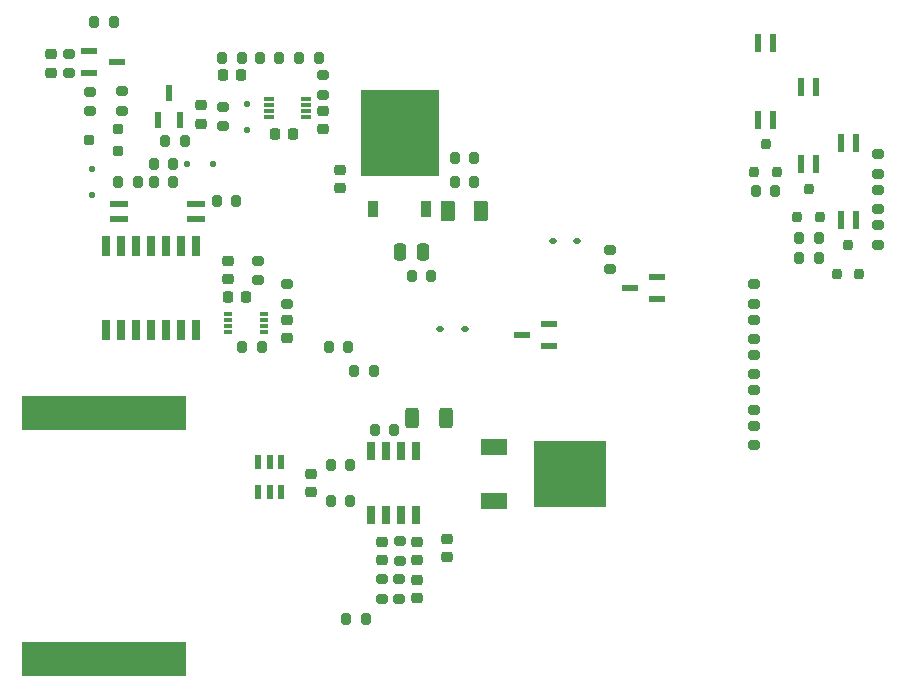
<source format=gbr>
%TF.GenerationSoftware,KiCad,Pcbnew,8.0.4*%
%TF.CreationDate,2024-08-16T06:12:58+09:00*%
%TF.ProjectId,chibarobo_board_2024,63686962-6172-46f6-926f-5f626f617264,rev?*%
%TF.SameCoordinates,Original*%
%TF.FileFunction,Paste,Bot*%
%TF.FilePolarity,Positive*%
%FSLAX46Y46*%
G04 Gerber Fmt 4.6, Leading zero omitted, Abs format (unit mm)*
G04 Created by KiCad (PCBNEW 8.0.4) date 2024-08-16 06:12:58*
%MOMM*%
%LPD*%
G01*
G04 APERTURE LIST*
G04 Aperture macros list*
%AMRoundRect*
0 Rectangle with rounded corners*
0 $1 Rounding radius*
0 $2 $3 $4 $5 $6 $7 $8 $9 X,Y pos of 4 corners*
0 Add a 4 corners polygon primitive as box body*
4,1,4,$2,$3,$4,$5,$6,$7,$8,$9,$2,$3,0*
0 Add four circle primitives for the rounded corners*
1,1,$1+$1,$2,$3*
1,1,$1+$1,$4,$5*
1,1,$1+$1,$6,$7*
1,1,$1+$1,$8,$9*
0 Add four rect primitives between the rounded corners*
20,1,$1+$1,$2,$3,$4,$5,0*
20,1,$1+$1,$4,$5,$6,$7,0*
20,1,$1+$1,$6,$7,$8,$9,0*
20,1,$1+$1,$8,$9,$2,$3,0*%
G04 Aperture macros list end*
%ADD10RoundRect,0.200000X0.250000X0.200000X-0.250000X0.200000X-0.250000X-0.200000X0.250000X-0.200000X0*%
%ADD11RoundRect,0.200000X0.200000X-0.250000X0.200000X0.250000X-0.200000X0.250000X-0.200000X-0.250000X0*%
%ADD12RoundRect,0.200000X-0.275000X0.200000X-0.275000X-0.200000X0.275000X-0.200000X0.275000X0.200000X0*%
%ADD13RoundRect,0.225000X0.250000X-0.225000X0.250000X0.225000X-0.250000X0.225000X-0.250000X-0.225000X0*%
%ADD14RoundRect,0.225000X-0.250000X0.225000X-0.250000X-0.225000X0.250000X-0.225000X0.250000X0.225000X0*%
%ADD15RoundRect,0.200000X-0.200000X-0.275000X0.200000X-0.275000X0.200000X0.275000X-0.200000X0.275000X0*%
%ADD16R,0.850000X0.300000*%
%ADD17R,2.286000X1.397000*%
%ADD18R,6.180000X5.690000*%
%ADD19RoundRect,0.137500X0.137500X-0.662500X0.137500X0.662500X-0.137500X0.662500X-0.137500X-0.662500X0*%
%ADD20RoundRect,0.200000X0.200000X0.275000X-0.200000X0.275000X-0.200000X-0.275000X0.200000X-0.275000X0*%
%ADD21R,0.700000X1.775000*%
%ADD22RoundRect,0.225000X-0.225000X-0.250000X0.225000X-0.250000X0.225000X0.250000X-0.225000X0.250000X0*%
%ADD23RoundRect,0.200000X0.275000X-0.200000X0.275000X0.200000X-0.275000X0.200000X-0.275000X-0.200000X0*%
%ADD24RoundRect,0.112500X0.187500X0.112500X-0.187500X0.112500X-0.187500X-0.112500X0.187500X-0.112500X0*%
%ADD25RoundRect,0.125000X0.125000X0.125000X-0.125000X0.125000X-0.125000X-0.125000X0.125000X-0.125000X0*%
%ADD26RoundRect,0.125000X0.125000X-0.125000X0.125000X0.125000X-0.125000X0.125000X-0.125000X-0.125000X0*%
%ADD27RoundRect,0.250000X0.250000X0.475000X-0.250000X0.475000X-0.250000X-0.475000X0.250000X-0.475000X0*%
%ADD28R,1.450000X0.600000*%
%ADD29RoundRect,0.225000X0.225000X0.250000X-0.225000X0.250000X-0.225000X-0.250000X0.225000X-0.250000X0*%
%ADD30RoundRect,0.250000X-0.375000X-0.625000X0.375000X-0.625000X0.375000X0.625000X-0.375000X0.625000X0*%
%ADD31RoundRect,0.250000X0.312500X0.625000X-0.312500X0.625000X-0.312500X-0.625000X0.312500X-0.625000X0*%
%ADD32R,0.600000X1.450000*%
%ADD33R,0.700000X1.525000*%
%ADD34R,0.800000X0.300000*%
%ADD35RoundRect,0.137500X-0.662500X-0.137500X0.662500X-0.137500X0.662500X0.137500X-0.662500X0.137500X0*%
%ADD36R,0.600000X1.200000*%
%ADD37R,0.939800X1.320800*%
%ADD38R,6.604000X7.315200*%
%ADD39R,14.000000X3.000000*%
G04 APERTURE END LIST*
D10*
%TO.C,Q8*%
X114150000Y-61550000D03*
X114150000Y-63450000D03*
X111750000Y-62500000D03*
%TD*%
D11*
%TO.C,Q5*%
X176918196Y-73798876D03*
X175018196Y-73798876D03*
X175968196Y-71398876D03*
%TD*%
%TO.C,Q4*%
X173596028Y-69025666D03*
X171696028Y-69025666D03*
X172646028Y-66625666D03*
%TD*%
%TO.C,Q3*%
X169950000Y-65200000D03*
X168050000Y-65200000D03*
X169000000Y-62800000D03*
%TD*%
D12*
%TO.C,R7*%
X137989124Y-99681981D03*
X137989124Y-101331981D03*
%TD*%
D13*
%TO.C,C17*%
X121213802Y-61097364D03*
X121213802Y-59547364D03*
%TD*%
D14*
%TO.C,C9*%
X128500000Y-77725000D03*
X128500000Y-79275000D03*
%TD*%
%TO.C,C14*%
X131491802Y-60035542D03*
X131491802Y-61585542D03*
%TD*%
D15*
%TO.C,R52*%
X114175000Y-66000000D03*
X115825000Y-66000000D03*
%TD*%
D16*
%TO.C,IC5*%
X130075000Y-59000000D03*
X130075000Y-59500000D03*
X130075000Y-60000000D03*
X130075000Y-60500000D03*
X126925000Y-60500000D03*
X126925000Y-60000000D03*
X126925000Y-59500000D03*
X126925000Y-59000000D03*
%TD*%
D17*
%TO.C,Q2*%
X146000000Y-93000000D03*
D18*
X152436000Y-90714000D03*
D17*
X146000000Y-88428000D03*
%TD*%
D12*
%TO.C,R61*%
X155787095Y-71776873D03*
X155787095Y-73426873D03*
%TD*%
D14*
%TO.C,C2*%
X139484104Y-96491895D03*
X139484104Y-98041895D03*
%TD*%
D12*
%TO.C,R19*%
X178500000Y-69675000D03*
X178500000Y-71325000D03*
%TD*%
D19*
%TO.C,U1*%
X169635000Y-60750000D03*
X168365000Y-60750000D03*
X168365000Y-54250000D03*
X169635000Y-54250000D03*
%TD*%
D20*
%TO.C,R3*%
X133825000Y-93000000D03*
X132175000Y-93000000D03*
%TD*%
D13*
%TO.C,C1*%
X136500000Y-98050000D03*
X136500000Y-96500000D03*
%TD*%
D20*
%TO.C,R48*%
X113825000Y-52500000D03*
X112175000Y-52500000D03*
%TD*%
D14*
%TO.C,C6*%
X142000000Y-96225000D03*
X142000000Y-97775000D03*
%TD*%
D12*
%TO.C,R6*%
X138004623Y-96446313D03*
X138004623Y-98096313D03*
%TD*%
D15*
%TO.C,R1*%
X133500000Y-103000000D03*
X135150000Y-103000000D03*
%TD*%
D21*
%TO.C,IC3*%
X120810000Y-78538000D03*
X119540000Y-78538000D03*
X118270000Y-78538000D03*
X117000000Y-78538000D03*
X115730000Y-78538000D03*
X114460000Y-78538000D03*
X113190000Y-78538000D03*
X113190000Y-71462000D03*
X114460000Y-71462000D03*
X115730000Y-71462000D03*
X117000000Y-71462000D03*
X118270000Y-71462000D03*
X119540000Y-71462000D03*
X120810000Y-71462000D03*
%TD*%
D22*
%TO.C,C18*%
X127450000Y-62000000D03*
X129000000Y-62000000D03*
%TD*%
D23*
%TO.C,R42*%
X123075000Y-61325000D03*
X123075000Y-59675000D03*
%TD*%
D12*
%TO.C,R37*%
X128500000Y-74675000D03*
X128500000Y-76325000D03*
%TD*%
D15*
%TO.C,R59*%
X142675000Y-64000000D03*
X144325000Y-64000000D03*
%TD*%
%TO.C,R49*%
X118175000Y-62557176D03*
X119825000Y-62557176D03*
%TD*%
%TO.C,R18*%
X171850000Y-72500000D03*
X173500000Y-72500000D03*
%TD*%
D13*
%TO.C,C7*%
X130500000Y-92275000D03*
X130500000Y-90725000D03*
%TD*%
D15*
%TO.C,R57*%
X139042214Y-74029487D03*
X140692214Y-74029487D03*
%TD*%
D24*
%TO.C,D9*%
X153054674Y-71055664D03*
X150954674Y-71055664D03*
%TD*%
D13*
%TO.C,C15*%
X108500000Y-56775000D03*
X108500000Y-55225000D03*
%TD*%
D15*
%TO.C,R50*%
X117175000Y-66000000D03*
X118825000Y-66000000D03*
%TD*%
D14*
%TO.C,C10*%
X133000000Y-65000000D03*
X133000000Y-66550000D03*
%TD*%
D25*
%TO.C,D7*%
X122206320Y-64500000D03*
X120006320Y-64500000D03*
%TD*%
D14*
%TO.C,C13*%
X123500000Y-72725000D03*
X123500000Y-74275000D03*
%TD*%
D15*
%TO.C,R12*%
X168180651Y-66829614D03*
X169830651Y-66829614D03*
%TD*%
D26*
%TO.C,D4*%
X125047660Y-61607385D03*
X125047660Y-59407385D03*
%TD*%
D23*
%TO.C,R13*%
X178500000Y-65325000D03*
X178500000Y-63675000D03*
%TD*%
D27*
%TO.C,C12*%
X139950000Y-72000000D03*
X138050000Y-72000000D03*
%TD*%
D23*
%TO.C,R2*%
X136500000Y-101325000D03*
X136500000Y-99675000D03*
%TD*%
D26*
%TO.C,D6*%
X112000000Y-67100000D03*
X112000000Y-64900000D03*
%TD*%
D15*
%TO.C,R40*%
X129500000Y-55500000D03*
X131150000Y-55500000D03*
%TD*%
D28*
%TO.C,Q13*%
X159800000Y-74050000D03*
X159800000Y-75950000D03*
X157500000Y-75000000D03*
%TD*%
D15*
%TO.C,R60*%
X142675000Y-66000000D03*
X144325000Y-66000000D03*
%TD*%
D12*
%TO.C,R29*%
X168000000Y-77675000D03*
X168000000Y-79325000D03*
%TD*%
D23*
%TO.C,R47*%
X114494934Y-60012836D03*
X114494934Y-58362836D03*
%TD*%
D29*
%TO.C,C11*%
X125032379Y-75790854D03*
X123482379Y-75790854D03*
%TD*%
D12*
%TO.C,R44*%
X110000000Y-55175000D03*
X110000000Y-56825000D03*
%TD*%
%TO.C,R31*%
X168000000Y-80675000D03*
X168000000Y-82325000D03*
%TD*%
D19*
%TO.C,U3*%
X176635000Y-69250000D03*
X175365000Y-69250000D03*
X175365000Y-62750000D03*
X176635000Y-62750000D03*
%TD*%
D22*
%TO.C,C16*%
X123035342Y-57008178D03*
X124585342Y-57008178D03*
%TD*%
D28*
%TO.C,Q11*%
X150650000Y-78050000D03*
X150650000Y-79950000D03*
X148350000Y-79000000D03*
%TD*%
D12*
%TO.C,R33*%
X168000000Y-83675000D03*
X168000000Y-85325000D03*
%TD*%
%TO.C,R27*%
X168000000Y-74675000D03*
X168000000Y-76325000D03*
%TD*%
D30*
%TO.C,F1*%
X142100000Y-68500000D03*
X144900000Y-68500000D03*
%TD*%
D15*
%TO.C,R15*%
X171830768Y-70735149D03*
X173480768Y-70735149D03*
%TD*%
D12*
%TO.C,R35*%
X168000000Y-86675000D03*
X168000000Y-88325000D03*
%TD*%
D31*
%TO.C,R58*%
X141962500Y-86000000D03*
X139037500Y-86000000D03*
%TD*%
D12*
%TO.C,R41*%
X131500000Y-57000000D03*
X131500000Y-58650000D03*
%TD*%
D15*
%TO.C,R55*%
X134175000Y-82000000D03*
X135825000Y-82000000D03*
%TD*%
D20*
%TO.C,R9*%
X133825000Y-90000000D03*
X132175000Y-90000000D03*
%TD*%
D12*
%TO.C,R54*%
X126000000Y-72686152D03*
X126000000Y-74336152D03*
%TD*%
D32*
%TO.C,Q10*%
X119450000Y-60800000D03*
X117550000Y-60800000D03*
X118500000Y-58500000D03*
%TD*%
D20*
%TO.C,R45*%
X127825000Y-55500000D03*
X126175000Y-55500000D03*
%TD*%
D23*
%TO.C,R16*%
X178500000Y-68325000D03*
X178500000Y-66675000D03*
%TD*%
D24*
%TO.C,D10*%
X143550000Y-78500000D03*
X141450000Y-78500000D03*
%TD*%
D33*
%TO.C,IC2*%
X139405000Y-94212000D03*
X138135000Y-94212000D03*
X136865000Y-94212000D03*
X135595000Y-94212000D03*
X135595000Y-88788000D03*
X136865000Y-88788000D03*
X138135000Y-88788000D03*
X139405000Y-88788000D03*
%TD*%
D15*
%TO.C,R39*%
X124675000Y-80000000D03*
X126325000Y-80000000D03*
%TD*%
D34*
%TO.C,U6*%
X126550000Y-77250000D03*
X126550000Y-77750000D03*
X126550000Y-78250000D03*
X126550000Y-78750000D03*
X123450000Y-78750000D03*
X123450000Y-78250000D03*
X123450000Y-77750000D03*
X123450000Y-77250000D03*
%TD*%
D35*
%TO.C,U7*%
X114250000Y-69135000D03*
X114250000Y-67865000D03*
X120750000Y-67865000D03*
X120750000Y-69135000D03*
%TD*%
D20*
%TO.C,R46*%
X124650000Y-55500000D03*
X123000000Y-55500000D03*
%TD*%
D13*
%TO.C,C3*%
X139492501Y-101270049D03*
X139492501Y-99720049D03*
%TD*%
D19*
%TO.C,U2*%
X173270000Y-64500000D03*
X172000000Y-64500000D03*
X172000000Y-58000000D03*
X173270000Y-58000000D03*
%TD*%
D12*
%TO.C,R43*%
X111757701Y-58375540D03*
X111757701Y-60025540D03*
%TD*%
D36*
%TO.C,U8*%
X126050000Y-89750000D03*
X127000000Y-89750000D03*
X127950000Y-89750000D03*
X127950000Y-92250000D03*
X127000000Y-92250000D03*
X126050000Y-92250000D03*
%TD*%
D20*
%TO.C,R56*%
X133650000Y-80000000D03*
X132000000Y-80000000D03*
%TD*%
%TO.C,R8*%
X137551657Y-87032933D03*
X135901657Y-87032933D03*
%TD*%
D37*
%TO.C,IC4*%
X140260600Y-68299200D03*
D38*
X138000000Y-61847600D03*
D37*
X135739400Y-68299200D03*
%TD*%
D39*
%TO.C,L1*%
X113000000Y-85600000D03*
X113000000Y-106400000D03*
%TD*%
D15*
%TO.C,R53*%
X122538694Y-67672970D03*
X124188694Y-67672970D03*
%TD*%
D28*
%TO.C,Q9*%
X111750000Y-56800000D03*
X111750000Y-54900000D03*
X114050000Y-55850000D03*
%TD*%
D20*
%TO.C,R51*%
X118825904Y-64495647D03*
X117175904Y-64495647D03*
%TD*%
M02*

</source>
